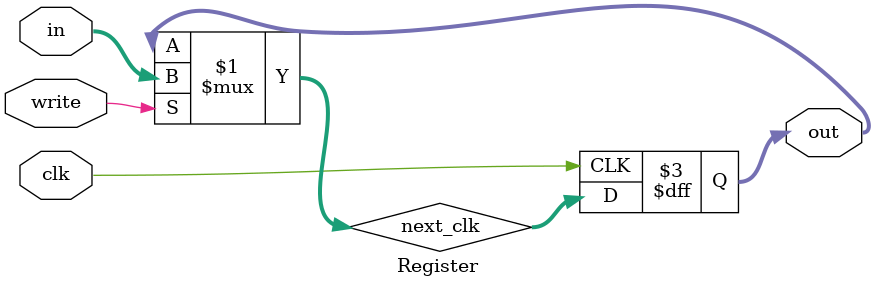
<source format=sv>
module Register(
    input wire clk,
    input wire write,
    input wire [15:0] in,

    output reg [15:0] out
);
    wire [15:0] next_clk = (write) ? in : out;

    always @(posedge clk) begin 
        out <= next_clk;
    end
endmodule


</source>
